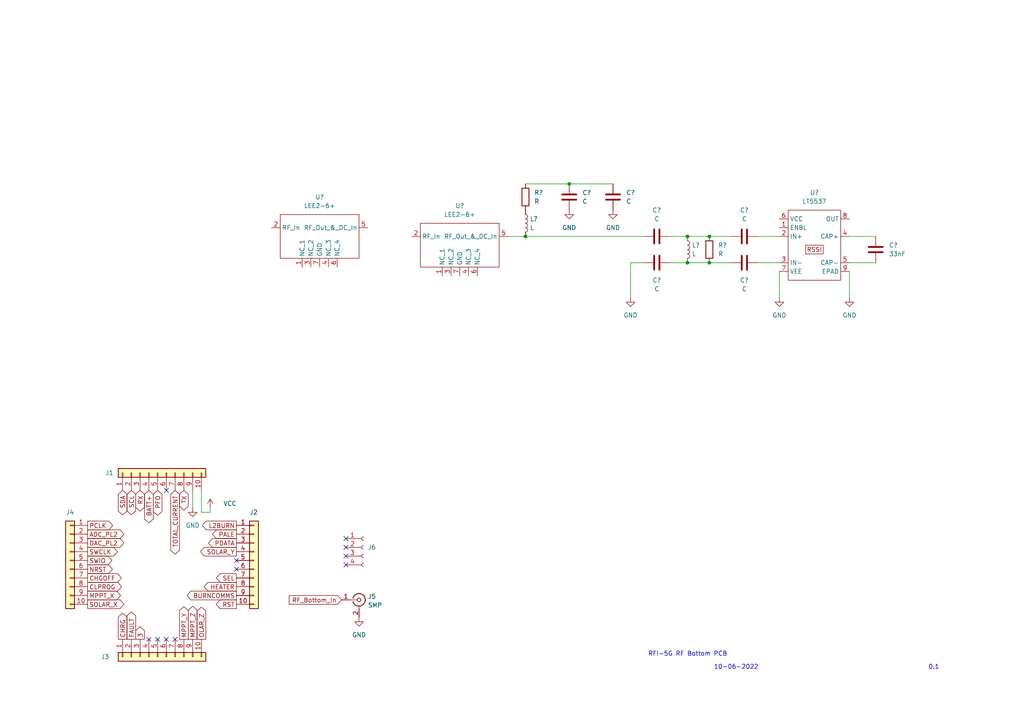
<source format=kicad_sch>
(kicad_sch (version 20211123) (generator eeschema)
  (paper "A4")
  (lib_symbols
    (symbol "Connector:Conn_01x04_Female" (pin_names (offset 1.016) hide)
      (property "Reference" "J" (at 0 5.08 0))
      (property "Value" "Conn_01x04_Female" (at 0 -7.62 0))
      (symbol "Conn_01x04_Female_1_1"
        (arc (start 0 -4.572) (mid -0.508 -5.08) (end 0 -5.588) (stroke (width 0.1524)))
        (arc (start 0 -2.032) (mid -0.508 -2.54) (end 0 -3.048) (stroke (width 0.1524)))
        (polyline (pts (xy -1.27 -5.08) (xy -0.508 -5.08)) (stroke (width 0.1524)))
        (polyline (pts (xy -1.27 -2.54) (xy -0.508 -2.54)) (stroke (width 0.1524)))
        (polyline (pts (xy -1.27 0) (xy -0.508 0)) (stroke (width 0.1524)))
        (polyline (pts (xy -1.27 2.54) (xy -0.508 2.54)) (stroke (width 0.1524)))
        (arc (start 0 0.508) (mid -0.508 0) (end 0 -0.508) (stroke (width 0.1524)))
        (arc (start 0 3.048) (mid -0.508 2.54) (end 0 2.032) (stroke (width 0.1524)))
        (pin passive line (at -5.08 2.54 0) (length 3.81) (name "Pin_1") (number "1"))
        (pin passive line (at -5.08 0 0) (length 3.81) (name "Pin_2") (number "2"))
        (pin passive line (at -5.08 -2.54 0) (length 3.81) (name "Pin_3") (number "3"))
        (pin passive line (at -5.08 -5.08 0) (length 3.81) (name "Pin_4") (number "4"))
      )
    )
    (symbol "Connector:Conn_Coaxial" (pin_names (offset 1.016) hide)
      (property "Reference" "J" (at 0.254 3.048 0))
      (property "Value" "Conn_Coaxial" (at 2.921 0 90))
      (symbol "Conn_Coaxial_0_1"
        (arc (start -1.778 -0.508) (mid 0.222 -1.808) (end 1.778 0) (stroke (width 0.254)))
        (polyline (pts (xy -2.54 0) (xy -0.508 0)))
        (polyline (pts (xy 0 -2.54) (xy 0 -1.778)))
        (circle (center 0 0) (radius 0.508) (stroke (width 0.2032)))
        (arc (start 1.778 0) (mid 0.222 1.8083) (end -1.778 0.508) (stroke (width 0.254)))
      )
      (symbol "Conn_Coaxial_1_1"
        (pin passive line (at -5.08 0 0) (length 2.54) (name "In") (number "1"))
        (pin passive line (at 0 -5.08 90) (length 2.54) (name "Ext") (number "2"))
      )
    )
    (symbol "Connector_Generic:Conn_01x10" (pin_names (offset 1.016) hide)
      (property "Reference" "J" (at 0 12.7 0))
      (property "Value" "Conn_01x10" (at 0 -15.24 0))
      (symbol "Conn_01x10_1_1"
        (rectangle (start -1.27 -12.573) (end 0 -12.827) (stroke (width 0.1524)))
        (rectangle (start -1.27 -10.033) (end 0 -10.287) (stroke (width 0.1524)))
        (rectangle (start -1.27 -7.493) (end 0 -7.747) (stroke (width 0.1524)))
        (rectangle (start -1.27 -4.953) (end 0 -5.207) (stroke (width 0.1524)))
        (rectangle (start -1.27 -2.413) (end 0 -2.667) (stroke (width 0.1524)))
        (rectangle (start -1.27 0.127) (end 0 -0.127) (stroke (width 0.1524)))
        (rectangle (start -1.27 2.667) (end 0 2.413) (stroke (width 0.1524)))
        (rectangle (start -1.27 5.207) (end 0 4.953) (stroke (width 0.1524)))
        (rectangle (start -1.27 7.747) (end 0 7.493) (stroke (width 0.1524)))
        (rectangle (start -1.27 10.287) (end 0 10.033) (stroke (width 0.1524)))
        (rectangle (start -1.27 11.43) (end 1.27 -13.97) (stroke (width 0.254)) (fill (type background)))
        (pin passive line (at -5.08 10.16 0) (length 3.81) (name "Pin_1") (number "1"))
        (pin passive line (at -5.08 -12.7 0) (length 3.81) (name "Pin_10") (number "10"))
        (pin passive line (at -5.08 7.62 0) (length 3.81) (name "Pin_2") (number "2"))
        (pin passive line (at -5.08 5.08 0) (length 3.81) (name "Pin_3") (number "3"))
        (pin passive line (at -5.08 2.54 0) (length 3.81) (name "Pin_4") (number "4"))
        (pin passive line (at -5.08 0 0) (length 3.81) (name "Pin_5") (number "5"))
        (pin passive line (at -5.08 -2.54 0) (length 3.81) (name "Pin_6") (number "6"))
        (pin passive line (at -5.08 -5.08 0) (length 3.81) (name "Pin_7") (number "7"))
        (pin passive line (at -5.08 -7.62 0) (length 3.81) (name "Pin_8") (number "8"))
        (pin passive line (at -5.08 -10.16 0) (length 3.81) (name "Pin_9") (number "9"))
      )
    )
    (symbol "Device:C" (pin_numbers hide) (pin_names (offset 0.254))
      (property "Reference" "C" (at 0.635 2.54 0))
      (property "Value" "C" (at 0.635 -2.54 0))
      (symbol "C_0_1"
        (polyline (pts (xy -2.032 -0.762) (xy 2.032 -0.762)) (stroke (width 0.508)))
        (polyline (pts (xy -2.032 0.762) (xy 2.032 0.762)) (stroke (width 0.508)))
      )
      (symbol "C_1_1"
        (pin passive line (at 0 3.81 270) (length 2.794) (name "~") (number "1"))
        (pin passive line (at 0 -3.81 90) (length 2.794) (name "~") (number "2"))
      )
    )
    (symbol "Device:L" (pin_numbers hide) (pin_names (offset 1.016) hide)
      (property "Reference" "L" (at -1.27 0 90))
      (property "Value" "L" (at 1.905 0 90))
      (symbol "L_0_1"
        (arc (start 0 -2.54) (mid 0.635 -1.905) (end 0 -1.27))
        (arc (start 0 -1.27) (mid 0.635 -0.635) (end 0 0))
        (arc (start 0 0) (mid 0.635 0.635) (end 0 1.27))
        (arc (start 0 1.27) (mid 0.635 1.905) (end 0 2.54))
      )
      (symbol "L_1_1"
        (pin passive line (at 0 3.81 270) (length 1.27) (name "1") (number "1"))
        (pin passive line (at 0 -3.81 90) (length 1.27) (name "2") (number "2"))
      )
    )
    (symbol "Device:R" (pin_numbers hide) (pin_names (offset 0))
      (property "Reference" "R" (at 2.032 0 90))
      (property "Value" "R" (at 0 0 90))
      (symbol "R_0_1"
        (rectangle (start -1.016 -2.54) (end 1.016 2.54) (stroke (width 0.254)))
      )
      (symbol "R_1_1"
        (pin passive line (at 0 3.81 270) (length 1.27) (name "~") (number "1"))
        (pin passive line (at 0 -3.81 90) (length 1.27) (name "~") (number "2"))
      )
    )
    (symbol "GGS_RF:LEE2-6+"
      (property "Reference" "U" (at 6.35 24.13 0))
      (property "Value" "LEE2-6+" (at 10.16 21.59 0))
      (symbol "LEE2-6+_0_0"
        (pin passive line (at 11.43 3.81 90) (length 2.54) (name "NC_1") (number "1"))
        (pin passive line (at 2.54 15.24 0) (length 2.54) (name "RF_In") (number "2"))
        (pin passive line (at 13.97 3.81 90) (length 2.54) (name "NC_2") (number "3"))
        (pin passive line (at 19.05 3.81 90) (length 2.54) (name "NC_3") (number "4"))
        (pin passive line (at 30.48 15.24 180) (length 2.54) (name "RF_Out_&_DC_In") (number "5"))
        (pin passive line (at 21.59 3.81 90) (length 2.54) (name "NC_4") (number "6"))
        (pin passive line (at 16.51 3.81 90) (length 2.54) (name "GND") (number "7"))
      )
      (symbol "LEE2-6+_0_1"
        (rectangle (start 5.08 19.05) (end 27.94 6.35))
      )
    )
    (symbol "GGS_RF:LT5537"
      (property "Reference" "U" (at 1.27 25.4 0))
      (property "Value" "LT5537" (at 3.81 22.86 0))
      (symbol "LT5537_0_0"
        (rectangle (start 5.08 10.16) (end 10.16 7.62))
        (text "RSSI" (at 7.62 8.89 0) (effects (font (size 1.27 1.27))))
        (pin passive line (at -2.54 15.24 0) (length 2.54) (name "ENBL") (number "1"))
        (pin input line (at -2.54 12.7 0) (length 2.54) (name "IN+") (number "2"))
        (pin input line (at -2.54 5.08 0) (length 2.54) (name "IN-") (number "3"))
        (pin passive line (at 17.78 12.7 180) (length 2.54) (name "CAP+") (number "4"))
        (pin passive line (at 17.78 5.08 180) (length 2.54) (name "CAP-") (number "5"))
        (pin passive line (at -2.54 17.78 0) (length 2.54) (name "VCC") (number "6"))
        (pin passive line (at -2.54 2.54 0) (length 2.54) (name "VEE") (number "7"))
        (pin output line (at 17.78 17.78 180) (length 2.54) (name "OUT") (number "8"))
        (pin passive line (at 17.78 2.54 180) (length 2.54) (name "EPAD") (number "9"))
      )
      (symbol "LT5537_0_1"
        (rectangle (start 0 20.32) (end 15.24 0))
      )
    )
    (symbol "power:GND" (power) (pin_names (offset 0))
      (property "Value" "GND" (at 0 -3.81 0))
      (symbol "GND_0_1"
        (polyline (pts (xy 0 0) (xy 0 -1.27) (xy 1.27 -1.27) (xy 0 -2.54) (xy -1.27 -1.27) (xy 0 -1.27)))
      )
      (symbol "GND_1_1"
        (pin power_in line (at 0 0 270) (length 0) hide (name "GND") (number "1"))
      )
    )
    (symbol "power:VCC" (power) (pin_names (offset 0))
      (property "Value" "VCC" (at 0 3.81 0))
      (symbol "VCC_0_1"
        (polyline (pts (xy -0.762 1.27) (xy 0 2.54)))
        (polyline (pts (xy 0 0) (xy 0 2.54)))
        (polyline (pts (xy 0 2.54) (xy 0.762 1.27)))
      )
      (symbol "VCC_1_1"
        (pin power_in line (at 0 0 90) (length 0) hide (name "VCC") (number "1"))
      )
    )
  )
  (junction (at 165.1 53.34))
  (junction (at 205.74 76.2))
  (junction (at 199.39 68.58))
  (junction (at 152.4 68.58))
  (junction (at 199.39 76.2))
  (junction (at 205.74 68.58))
  (no_connect (at 45.72 185.42))
  (no_connect (at 48.26 142.24))
  (no_connect (at 50.8 185.42))
  (no_connect (at 68.58 165.1))
  (no_connect (at 100.33 161.29))
  (no_connect (at 68.58 162.56))
  (no_connect (at 100.33 158.75))
  (no_connect (at 43.18 185.42))
  (no_connect (at 100.33 163.83))
  (no_connect (at 100.33 156.21))
  (no_connect (at 48.26 185.42))
  (wire (pts (xy 199.39 68.58) (xy 205.74 68.58)))
  (wire (pts (xy 165.1 53.34) (xy 177.8 53.34)))
  (wire (pts (xy 219.71 76.2) (xy 226.06 76.2)))
  (wire (pts (xy 182.88 76.2) (xy 186.69 76.2)))
  (wire (pts (xy 226.06 86.36) (xy 226.06 78.74)))
  (wire (pts (xy 254 76.2) (xy 246.38 76.2)))
  (wire (pts (xy 58.42 148.59) (xy 60.96 148.59)))
  (wire (pts (xy 254 68.58) (xy 246.38 68.58)))
  (wire (pts (xy 152.4 53.34) (xy 165.1 53.34)))
  (wire (pts (xy 60.96 148.59) (xy 60.96 147.32)))
  (wire (pts (xy 194.31 68.58) (xy 199.39 68.58)))
  (wire (pts (xy 246.38 86.36) (xy 246.38 78.74)))
  (wire (pts (xy 199.39 76.2) (xy 205.74 76.2)))
  (wire (pts (xy 205.74 68.58) (xy 212.09 68.58)))
  (wire (pts (xy 152.4 68.58) (xy 186.69 68.58)))
  (wire (pts (xy 219.71 68.58) (xy 226.06 68.58)))
  (wire (pts (xy 205.74 76.2) (xy 212.09 76.2)))
  (wire (pts (xy 194.31 76.2) (xy 199.39 76.2)))
  (wire (pts (xy 58.42 142.24) (xy 58.42 148.59)))
  (wire (pts (xy 55.88 147.32) (xy 55.88 142.24)))
  (wire (pts (xy 147.32 68.58) (xy 152.4 68.58)))
  (wire (pts (xy 182.88 86.36) (xy 182.88 76.2)))
  (text "0.1" (at 269.24 194.31 0) (effects (font (size 1.27 1.27)) (justify left bottom)))
  (text "RFI-5G RF Bottom PCB" (at 187.96 190.5 0) (effects (font (size 1.27 1.27)) (justify left bottom)))
  (text "10-06-2022" (at 207.01 194.31 0) (effects (font (size 1.27 1.27)) (justify left bottom)))
  (global_label "SEL" (shape output) (at 68.58 167.64 180) (property "Intersheet References" "${INTERSHEET_REFS}" (effects hide)))
  (global_label "L2BURN" (shape output) (at 68.58 152.4 180) (property "Intersheet References" "${INTERSHEET_REFS}" (effects hide)))
  (global_label "RX" (shape bidirectional) (at 40.64 142.24 270) (property "Intersheet References" "${INTERSHEET_REFS}" (effects hide)))
  (global_label "SOLAR_Y" (shape output) (at 68.58 160.02 180) (property "Intersheet References" "${INTERSHEET_REFS}" (effects hide)))
  (global_label "CHGOFF" (shape output) (at 25.4 167.64 0) (property "Intersheet References" "${INTERSHEET_REFS}" (effects hide)))
  (global_label "MPPT_Y" (shape output) (at 53.34 185.42 90) (property "Intersheet References" "${INTERSHEET_REFS}" (effects hide)))
  (global_label "MPPT_Z" (shape output) (at 55.88 185.42 90) (property "Intersheet References" "${INTERSHEET_REFS}" (effects hide)))
  (global_label "3" (shape output) (at 40.64 185.42 90) (property "Intersheet References" "${INTERSHEET_REFS}" (effects hide)))
  (global_label "BURNCOMMS" (shape output) (at 68.58 172.72 180) (property "Intersheet References" "${INTERSHEET_REFS}" (effects hide)))
  (global_label "SWCLK" (shape output) (at 25.4 160.02 0) (property "Intersheet References" "${INTERSHEET_REFS}" (effects hide)))
  (global_label "RF_Bottom_In" (shape input) (at 99.06 173.99 180) (property "Intersheet References" "${INTERSHEET_REFS}" (effects hide)))
  (global_label "PFO" (shape bidirectional) (at 45.72 142.24 270) (property "Intersheet References" "${INTERSHEET_REFS}" (effects hide)))
  (global_label "SDA" (shape bidirectional) (at 35.56 142.24 270) (property "Intersheet References" "${INTERSHEET_REFS}" (effects hide)))
  (global_label "SCL" (shape bidirectional) (at 38.1 142.24 270) (property "Intersheet References" "${INTERSHEET_REFS}" (effects hide)))
  (global_label "CLPROG" (shape output) (at 25.4 170.18 0) (property "Intersheet References" "${INTERSHEET_REFS}" (effects hide)))
  (global_label "SWIO" (shape output) (at 25.4 162.56 0) (property "Intersheet References" "${INTERSHEET_REFS}" (effects hide)))
  (global_label "FAULT" (shape output) (at 38.1 185.42 90) (property "Intersheet References" "${INTERSHEET_REFS}" (effects hide)))
  (global_label "MPPT_X" (shape output) (at 25.4 172.72 0) (property "Intersheet References" "${INTERSHEET_REFS}" (effects hide)))
  (global_label "OLAR_Z" (shape output) (at 58.42 185.42 90) (property "Intersheet References" "${INTERSHEET_REFS}" (effects hide)))
  (global_label "PALE" (shape output) (at 68.58 154.94 180) (property "Intersheet References" "${INTERSHEET_REFS}" (effects hide)))
  (global_label "BATT+" (shape bidirectional) (at 43.18 142.24 270) (property "Intersheet References" "${INTERSHEET_REFS}" (effects hide)))
  (global_label "CHRG" (shape output) (at 35.56 185.42 90) (property "Intersheet References" "${INTERSHEET_REFS}" (effects hide)))
  (global_label "HEATER" (shape output) (at 68.58 170.18 180) (property "Intersheet References" "${INTERSHEET_REFS}" (effects hide)))
  (global_label "PCLK" (shape output) (at 25.4 152.4 0) (property "Intersheet References" "${INTERSHEET_REFS}" (effects hide)))
  (global_label "NRST" (shape output) (at 25.4 165.1 0) (property "Intersheet References" "${INTERSHEET_REFS}" (effects hide)))
  (global_label "RST" (shape output) (at 68.58 175.26 180) (property "Intersheet References" "${INTERSHEET_REFS}" (effects hide)))
  (global_label "ADC_PL2" (shape output) (at 25.4 154.94 0) (property "Intersheet References" "${INTERSHEET_REFS}" (effects hide)))
  (global_label "DAC_PL2" (shape output) (at 25.4 157.48 0) (property "Intersheet References" "${INTERSHEET_REFS}" (effects hide)))
  (global_label "TX" (shape bidirectional) (at 53.34 142.24 270) (property "Intersheet References" "${INTERSHEET_REFS}" (effects hide)))
  (global_label "TOTAL_CURRENT" (shape bidirectional) (at 50.8 142.24 270) (property "Intersheet References" "${INTERSHEET_REFS}" (effects hide)))
  (global_label "PDATA" (shape output) (at 68.58 157.48 180) (property "Intersheet References" "${INTERSHEET_REFS}" (effects hide)))
  (global_label "SOLAR_X" (shape output) (at 25.4 175.26 0) (property "Intersheet References" "${INTERSHEET_REFS}" (effects hide)))
  (symbol (lib_id "power:GND") (at 165.1 60.96 0) (unit 1)
    (property "Reference" "#PWR?" (effects hide))
    (property "Value" "GND" (at 165.1 66.04 0))
  )
  (symbol (lib_id "Device:C") (at 254 72.39 0) (unit 1)
    (property "Reference" "C?" (at 257.81 71.1199 0) (effects (justify left)))
    (property "Value" "33nF" (at 257.81 73.6599 0) (effects (justify left)))
    (property "Footprint" "Capacitor_SMD:C_0402_1005Metric" (effects hide))
  )
  (symbol (lib_id "Device:L") (at 152.4 64.77 0) (unit 1)
    (property "Reference" "L?" (at 153.67 63.4999 0) (effects (justify left)))
    (property "Value" "L" (at 153.67 66.0399 0) (effects (justify left)))
  )
  (symbol (lib_id "Connector:Conn_Coaxial") (at 104.14 173.99 0) (unit 1)
    (property "Reference" "J5" (at 106.68 173.0131 0) (effects (justify left)))
    (property "Value" "SMP" (at 106.68 175.5531 0) (effects (justify left)))
    (property "Footprint" "easyeda:CES-110-XX-Y-S" (effects hide))
    (property "Datasheet" " ~" (effects hide))
  )
  (symbol (lib_id "Device:C") (at 165.1 57.15 180) (unit 1)
    (property "Reference" "C?" (at 168.91 55.8799 0) (effects (justify right)))
    (property "Value" "C" (at 168.91 58.4199 0) (effects (justify right)))
    (property "Footprint" "Capacitor_SMD:C_0402_1005Metric" (effects hide))
  )
  (symbol (lib_id "power:GND") (at 104.14 179.07 0) (unit 1)
    (property "Reference" "#PWR0101" (effects hide))
    (property "Value" "GND" (at 104.14 184.15 0))
  )
  (symbol (lib_id "Connector_Generic:Conn_01x10") (at 20.32 162.56 0) (mirror y) (unit 1)
    (property "Reference" "J4" (at 20.32 148.59 0))
    (property "Value" "Conn_01x10" (effects hide))
  )
  (symbol (lib_id "Connector_Generic:Conn_01x10") (at 45.72 137.16 90) (unit 1)
    (property "Reference" "J1" (at 31.75 137.16 90))
    (property "Value" "Conn_01x10" (effects hide))
  )
  (symbol (lib_id "GGS_RF:LEE2-6+") (at 76.2 81.28 0) (unit 1)
    (property "Reference" "U?" (at 92.71 57.15 0))
    (property "Value" "LEE2-6+" (at 92.71 59.69 0))
    (property "Footprint" "Package_SON:WSON-6-1EP_2x2mm_P0.65mm_EP1x1.6mm" (effects hide))
  )
  (symbol (lib_id "GGS_RF:LT5537") (at 228.6 81.28 0) (unit 1)
    (property "Reference" "U?" (at 236.22 55.88 0))
    (property "Value" "LT5537" (at 236.22 58.42 0))
    (property "Footprint" "Package_DFN_QFN:DFN-8-1EP_2x3mm_P0.5mm_EP0.56x2.15mm" (effects hide))
  )
  (symbol (lib_id "Device:R") (at 152.4 57.15 0) (unit 1)
    (property "Reference" "R?" (at 154.94 55.8799 0) (effects (justify left)))
    (property "Value" "R" (at 154.94 58.4199 0) (effects (justify left)))
  )
  (symbol (lib_id "power:GND") (at 177.8 60.96 0) (unit 1)
    (property "Reference" "#PWR?" (effects hide))
    (property "Value" "GND" (at 177.8 66.04 0))
  )
  (symbol (lib_id "Device:C") (at 190.5 76.2 90) (unit 1)
    (property "Reference" "C?" (at 190.5 81.28 90))
    (property "Value" "C" (at 190.5 83.82 90))
    (property "Footprint" "Capacitor_SMD:C_0402_1005Metric" (effects hide))
  )
  (symbol (lib_id "GGS_RF:LEE2-6+") (at 116.84 83.82 0) (unit 1)
    (property "Reference" "U?" (at 133.35 59.69 0))
    (property "Value" "LEE2-6+" (at 133.35 62.23 0))
    (property "Footprint" "Package_SON:WSON-6-1EP_2x2mm_P0.65mm_EP1x1.6mm" (effects hide))
  )
  (symbol (lib_id "power:GND") (at 55.88 147.32 0) (unit 1)
    (property "Reference" "#PWR?" (effects hide))
    (property "Value" "GND" (at 55.88 152.4 0))
  )
  (symbol (lib_id "power:GND") (at 246.38 86.36 0) (unit 1)
    (property "Reference" "#PWR?" (effects hide))
    (property "Value" "GND" (at 246.38 91.44 0))
  )
  (symbol (lib_id "power:GND") (at 182.88 86.36 0) (unit 1)
    (property "Reference" "#PWR?" (effects hide))
    (property "Value" "GND" (at 182.88 91.44 0))
  )
  (symbol (lib_id "Device:C") (at 215.9 68.58 90) (unit 1)
    (property "Reference" "C?" (at 215.9 60.96 90))
    (property "Value" "C" (at 215.9 63.5 90))
    (property "Footprint" "Capacitor_SMD:C_0402_1005Metric" (effects hide))
  )
  (symbol (lib_id "Connector_Generic:Conn_01x10") (at 45.72 190.5 90) (mirror x) (unit 1)
    (property "Reference" "J3" (at 30.48 190.5 90))
    (property "Value" "Conn_01x10" (effects hide))
  )
  (symbol (lib_id "Device:L") (at 199.39 72.39 0) (unit 1)
    (property "Reference" "L?" (at 200.66 71.1199 0) (effects (justify left)))
    (property "Value" "L" (at 200.66 73.6599 0) (effects (justify left)))
  )
  (symbol (lib_id "Device:C") (at 190.5 68.58 90) (unit 1)
    (property "Reference" "C?" (at 190.5 60.96 90))
    (property "Value" "C" (at 190.5 63.5 90))
    (property "Footprint" "Capacitor_SMD:C_0402_1005Metric" (effects hide))
  )
  (symbol (lib_id "Device:C") (at 177.8 57.15 180) (unit 1)
    (property "Reference" "C?" (at 181.61 55.8799 0) (effects (justify right)))
    (property "Value" "C" (at 181.61 58.4199 0) (effects (justify right)))
    (property "Footprint" "Capacitor_SMD:C_0402_1005Metric" (effects hide))
  )
  (symbol (lib_id "Device:C") (at 215.9 76.2 90) (unit 1)
    (property "Reference" "C?" (at 215.9 81.28 90))
    (property "Value" "C" (at 215.9 83.82 90))
    (property "Footprint" "Capacitor_SMD:C_0402_1005Metric" (effects hide))
  )
  (symbol (lib_id "power:GND") (at 226.06 86.36 0) (unit 1)
    (property "Reference" "#PWR?" (effects hide))
    (property "Value" "GND" (at 226.06 91.44 0))
  )
  (symbol (lib_id "Device:R") (at 205.74 72.39 0) (unit 1)
    (property "Reference" "R?" (at 208.28 71.1199 0) (effects (justify left)))
    (property "Value" "R" (at 208.28 73.6599 0) (effects (justify left)))
  )
  (symbol (lib_id "power:VCC") (at 60.96 147.32 0) (unit 1)
    (property "Reference" "#PWR?" (effects hide))
    (property "Value" "VCC" (at 64.77 146.0499 0) (effects (justify left)))
  )
  (symbol (lib_id "Connector:Conn_01x04_Female") (at 105.41 158.75 0) (unit 1)
    (property "Reference" "J6" (at 106.68 158.7499 0) (effects (justify left)))
    (property "Value" "Conn_01x04_Female" (effects hide))
    (property "Footprint" "Connector_PinHeader_2.54mm:PinHeader_1x04_P2.54mm_Vertical" (effects hide))
  )
  (symbol (lib_id "Connector_Generic:Conn_01x10") (at 73.66 162.56 0) (unit 1)
    (property "Reference" "J2" (at 72.39 148.59 0) (effects (justify left)))
    (property "Value" "Conn_01x10" (effects hide))
  )
)
</source>
